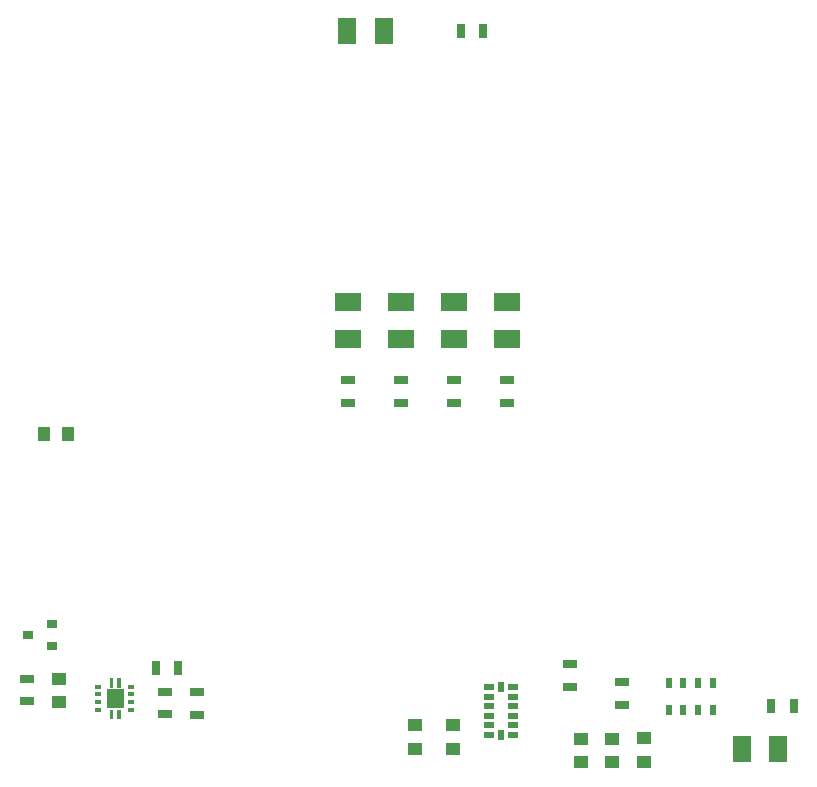
<source format=gbr>
%TF.GenerationSoftware,KiCad,Pcbnew,(5.1.7)-1*%
%TF.CreationDate,2021-04-25T20:49:28-04:00*%
%TF.ProjectId,rev2,72657632-2e6b-4696-9361-645f70636258,rev?*%
%TF.SameCoordinates,Original*%
%TF.FileFunction,Paste,Top*%
%TF.FilePolarity,Positive*%
%FSLAX46Y46*%
G04 Gerber Fmt 4.6, Leading zero omitted, Abs format (unit mm)*
G04 Created by KiCad (PCBNEW (5.1.7)-1) date 2021-04-25 20:49:28*
%MOMM*%
%LPD*%
G01*
G04 APERTURE LIST*
%ADD10C,0.010000*%
%ADD11R,1.500000X2.200000*%
%ADD12R,2.200000X1.500000*%
%ADD13R,1.250000X1.000000*%
%ADD14R,1.300000X0.700000*%
%ADD15R,0.550000X0.950000*%
%ADD16R,0.920000X0.610000*%
%ADD17R,0.610000X0.920000*%
%ADD18R,0.700000X1.300000*%
%ADD19R,0.600000X0.310000*%
%ADD20R,1.000000X1.250000*%
%ADD21R,0.900000X0.800000*%
G04 APERTURE END LIST*
D10*
%TO.C,U7*%
G36*
X114947140Y-109230460D02*
G01*
X113607140Y-109230460D01*
X113607140Y-107680460D01*
X114947140Y-107680460D01*
X114947140Y-109230460D01*
G37*
X114947140Y-109230460D02*
X113607140Y-109230460D01*
X113607140Y-107680460D01*
X114947140Y-107680460D01*
X114947140Y-109230460D01*
G36*
X114717140Y-110155460D02*
G01*
X114487140Y-110155460D01*
X114487140Y-109430460D01*
X114717140Y-109430460D01*
X114717140Y-110155460D01*
G37*
X114717140Y-110155460D02*
X114487140Y-110155460D01*
X114487140Y-109430460D01*
X114717140Y-109430460D01*
X114717140Y-110155460D01*
G36*
X114067140Y-110155460D02*
G01*
X113837140Y-110155460D01*
X113837140Y-109430460D01*
X114067140Y-109430460D01*
X114067140Y-110155460D01*
G37*
X114067140Y-110155460D02*
X113837140Y-110155460D01*
X113837140Y-109430460D01*
X114067140Y-109430460D01*
X114067140Y-110155460D01*
G36*
X113837140Y-106755460D02*
G01*
X114067140Y-106755460D01*
X114067140Y-107480460D01*
X113837140Y-107480460D01*
X113837140Y-106755460D01*
G37*
X113837140Y-106755460D02*
X114067140Y-106755460D01*
X114067140Y-107480460D01*
X113837140Y-107480460D01*
X113837140Y-106755460D01*
G36*
X114487140Y-106755460D02*
G01*
X114717140Y-106755460D01*
X114717140Y-107480460D01*
X114487140Y-107480460D01*
X114487140Y-106755460D01*
G37*
X114487140Y-106755460D02*
X114717140Y-106755460D01*
X114717140Y-107480460D01*
X114487140Y-107480460D01*
X114487140Y-106755460D01*
%TD*%
D11*
%TO.C,D2*%
X167360000Y-112776000D03*
X170460000Y-112776000D03*
%TD*%
%TO.C,D3*%
X133950000Y-52000000D03*
X137050000Y-52000000D03*
%TD*%
D12*
%TO.C,D4*%
X147500000Y-74950000D03*
X147500000Y-78050000D03*
%TD*%
%TO.C,D5*%
X143000000Y-74950000D03*
X143000000Y-78050000D03*
%TD*%
%TO.C,D6*%
X138500000Y-74950000D03*
X138500000Y-78050000D03*
%TD*%
%TO.C,D7*%
X134000000Y-74950000D03*
X134000000Y-78050000D03*
%TD*%
D13*
%TO.C,C7*%
X156382720Y-113877600D03*
X156382720Y-111877600D03*
%TD*%
%TO.C,C8*%
X153708100Y-111890300D03*
X153708100Y-113890300D03*
%TD*%
%TO.C,C9*%
X159064960Y-111867440D03*
X159064960Y-113867440D03*
%TD*%
D14*
%TO.C,R1*%
X152781000Y-107503000D03*
X152781000Y-105603000D03*
%TD*%
%TO.C,R2*%
X157226000Y-107127000D03*
X157226000Y-109027000D03*
%TD*%
D15*
%TO.C,U2*%
X161154900Y-109417900D03*
X162404900Y-109417900D03*
X163654900Y-109417900D03*
X164904900Y-109417900D03*
X164904900Y-107167900D03*
X163654900Y-107167900D03*
X162404900Y-107167900D03*
X161154900Y-107167900D03*
%TD*%
D13*
%TO.C,C10*%
X139700000Y-112760000D03*
X139700000Y-110760000D03*
%TD*%
%TO.C,C11*%
X142875000Y-110760000D03*
X142875000Y-112760000D03*
%TD*%
D16*
%TO.C,U5*%
X145992500Y-107537500D03*
X145992500Y-108337500D03*
X145992500Y-109137500D03*
X145992500Y-109937500D03*
X145992500Y-110737500D03*
X145992500Y-111537500D03*
D17*
X147002500Y-111547500D03*
D16*
X148012500Y-111537500D03*
X148012500Y-110737500D03*
X148012500Y-109937500D03*
X148012500Y-109137500D03*
X148012500Y-108337500D03*
X148012500Y-107537500D03*
D17*
X147002500Y-107527500D03*
%TD*%
D14*
%TO.C,R5*%
X121236740Y-109862660D03*
X121236740Y-107962660D03*
%TD*%
D13*
%TO.C,C14*%
X109590840Y-108802680D03*
X109590840Y-106802680D03*
%TD*%
D14*
%TO.C,R6*%
X118544340Y-107911860D03*
X118544340Y-109811860D03*
%TD*%
D18*
%TO.C,R7*%
X119654360Y-105912920D03*
X117754360Y-105912920D03*
%TD*%
D19*
%TO.C,U7*%
X115677140Y-109430460D03*
X115677140Y-108780460D03*
X115677140Y-108130460D03*
X115677140Y-107480460D03*
X112877140Y-107480460D03*
X112877140Y-108130460D03*
X112877140Y-108780460D03*
X112877140Y-109430460D03*
%TD*%
D20*
%TO.C,C1*%
X108321600Y-86106000D03*
X110321600Y-86106000D03*
%TD*%
D21*
%TO.C,D1*%
X106934760Y-103108760D03*
X108934760Y-102158760D03*
X108934760Y-104058760D03*
%TD*%
D14*
%TO.C,R3*%
X106852720Y-106796800D03*
X106852720Y-108696800D03*
%TD*%
D18*
%TO.C,R4*%
X169865000Y-109093000D03*
X171765000Y-109093000D03*
%TD*%
%TO.C,R8*%
X143550000Y-52000000D03*
X145450000Y-52000000D03*
%TD*%
D14*
%TO.C,R9*%
X147500000Y-83450000D03*
X147500000Y-81550000D03*
%TD*%
%TO.C,R10*%
X143000000Y-81550000D03*
X143000000Y-83450000D03*
%TD*%
%TO.C,R11*%
X138500000Y-83450000D03*
X138500000Y-81550000D03*
%TD*%
%TO.C,R12*%
X134000000Y-81550000D03*
X134000000Y-83450000D03*
%TD*%
M02*

</source>
